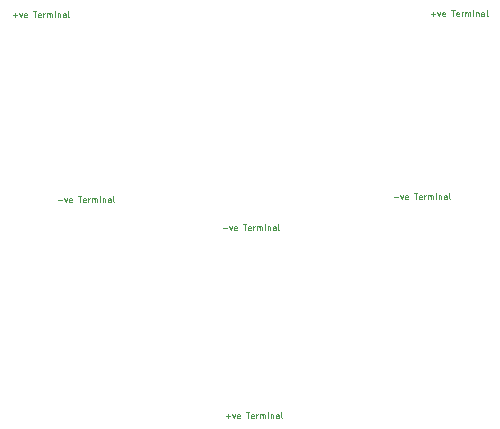
<source format=gto>
G04 #@! TF.GenerationSoftware,KiCad,Pcbnew,(5.0.1)-3*
G04 #@! TF.CreationDate,2019-01-26T22:39:22-03:30*
G04 #@! TF.ProjectId,Battery Pack,42617474657279205061636B2E6B6963,rev?*
G04 #@! TF.SameCoordinates,Original*
G04 #@! TF.FileFunction,Legend,Top*
G04 #@! TF.FilePolarity,Positive*
%FSLAX46Y46*%
G04 Gerber Fmt 4.6, Leading zero omitted, Abs format (unit mm)*
G04 Created by KiCad (PCBNEW (5.0.1)-3) date 2019-01-26 10:39:22 PM*
%MOMM*%
%LPD*%
G01*
G04 APERTURE LIST*
%ADD10C,0.100000*%
G04 APERTURE END LIST*
D10*
X114713047Y-89494514D02*
X115094000Y-89494514D01*
X114903523Y-89684990D02*
X114903523Y-89304038D01*
X115284476Y-89351657D02*
X115403523Y-89684990D01*
X115522571Y-89351657D01*
X115903523Y-89661180D02*
X115855904Y-89684990D01*
X115760666Y-89684990D01*
X115713047Y-89661180D01*
X115689238Y-89613561D01*
X115689238Y-89423085D01*
X115713047Y-89375466D01*
X115760666Y-89351657D01*
X115855904Y-89351657D01*
X115903523Y-89375466D01*
X115927333Y-89423085D01*
X115927333Y-89470704D01*
X115689238Y-89518323D01*
X116451142Y-89184990D02*
X116736857Y-89184990D01*
X116594000Y-89684990D02*
X116594000Y-89184990D01*
X117094000Y-89661180D02*
X117046380Y-89684990D01*
X116951142Y-89684990D01*
X116903523Y-89661180D01*
X116879714Y-89613561D01*
X116879714Y-89423085D01*
X116903523Y-89375466D01*
X116951142Y-89351657D01*
X117046380Y-89351657D01*
X117094000Y-89375466D01*
X117117809Y-89423085D01*
X117117809Y-89470704D01*
X116879714Y-89518323D01*
X117332095Y-89684990D02*
X117332095Y-89351657D01*
X117332095Y-89446895D02*
X117355904Y-89399276D01*
X117379714Y-89375466D01*
X117427333Y-89351657D01*
X117474952Y-89351657D01*
X117641619Y-89684990D02*
X117641619Y-89351657D01*
X117641619Y-89399276D02*
X117665428Y-89375466D01*
X117713047Y-89351657D01*
X117784476Y-89351657D01*
X117832095Y-89375466D01*
X117855904Y-89423085D01*
X117855904Y-89684990D01*
X117855904Y-89423085D02*
X117879714Y-89375466D01*
X117927333Y-89351657D01*
X117998761Y-89351657D01*
X118046380Y-89375466D01*
X118070190Y-89423085D01*
X118070190Y-89684990D01*
X118308285Y-89684990D02*
X118308285Y-89351657D01*
X118308285Y-89184990D02*
X118284476Y-89208800D01*
X118308285Y-89232609D01*
X118332095Y-89208800D01*
X118308285Y-89184990D01*
X118308285Y-89232609D01*
X118546380Y-89351657D02*
X118546380Y-89684990D01*
X118546380Y-89399276D02*
X118570190Y-89375466D01*
X118617809Y-89351657D01*
X118689238Y-89351657D01*
X118736857Y-89375466D01*
X118760666Y-89423085D01*
X118760666Y-89684990D01*
X119213047Y-89684990D02*
X119213047Y-89423085D01*
X119189238Y-89375466D01*
X119141619Y-89351657D01*
X119046380Y-89351657D01*
X118998761Y-89375466D01*
X119213047Y-89661180D02*
X119165428Y-89684990D01*
X119046380Y-89684990D01*
X118998761Y-89661180D01*
X118974952Y-89613561D01*
X118974952Y-89565942D01*
X118998761Y-89518323D01*
X119046380Y-89494514D01*
X119165428Y-89494514D01*
X119213047Y-89470704D01*
X119522571Y-89684990D02*
X119474952Y-89661180D01*
X119451142Y-89613561D01*
X119451142Y-89184990D01*
X97339447Y-123530514D02*
X97720400Y-123530514D01*
X97529923Y-123720990D02*
X97529923Y-123340038D01*
X97910876Y-123387657D02*
X98029923Y-123720990D01*
X98148971Y-123387657D01*
X98529923Y-123697180D02*
X98482304Y-123720990D01*
X98387066Y-123720990D01*
X98339447Y-123697180D01*
X98315638Y-123649561D01*
X98315638Y-123459085D01*
X98339447Y-123411466D01*
X98387066Y-123387657D01*
X98482304Y-123387657D01*
X98529923Y-123411466D01*
X98553733Y-123459085D01*
X98553733Y-123506704D01*
X98315638Y-123554323D01*
X99077542Y-123220990D02*
X99363257Y-123220990D01*
X99220400Y-123720990D02*
X99220400Y-123220990D01*
X99720400Y-123697180D02*
X99672780Y-123720990D01*
X99577542Y-123720990D01*
X99529923Y-123697180D01*
X99506114Y-123649561D01*
X99506114Y-123459085D01*
X99529923Y-123411466D01*
X99577542Y-123387657D01*
X99672780Y-123387657D01*
X99720400Y-123411466D01*
X99744209Y-123459085D01*
X99744209Y-123506704D01*
X99506114Y-123554323D01*
X99958495Y-123720990D02*
X99958495Y-123387657D01*
X99958495Y-123482895D02*
X99982304Y-123435276D01*
X100006114Y-123411466D01*
X100053733Y-123387657D01*
X100101352Y-123387657D01*
X100268019Y-123720990D02*
X100268019Y-123387657D01*
X100268019Y-123435276D02*
X100291828Y-123411466D01*
X100339447Y-123387657D01*
X100410876Y-123387657D01*
X100458495Y-123411466D01*
X100482304Y-123459085D01*
X100482304Y-123720990D01*
X100482304Y-123459085D02*
X100506114Y-123411466D01*
X100553733Y-123387657D01*
X100625161Y-123387657D01*
X100672780Y-123411466D01*
X100696590Y-123459085D01*
X100696590Y-123720990D01*
X100934685Y-123720990D02*
X100934685Y-123387657D01*
X100934685Y-123220990D02*
X100910876Y-123244800D01*
X100934685Y-123268609D01*
X100958495Y-123244800D01*
X100934685Y-123220990D01*
X100934685Y-123268609D01*
X101172780Y-123387657D02*
X101172780Y-123720990D01*
X101172780Y-123435276D02*
X101196590Y-123411466D01*
X101244209Y-123387657D01*
X101315638Y-123387657D01*
X101363257Y-123411466D01*
X101387066Y-123459085D01*
X101387066Y-123720990D01*
X101839447Y-123720990D02*
X101839447Y-123459085D01*
X101815638Y-123411466D01*
X101768019Y-123387657D01*
X101672780Y-123387657D01*
X101625161Y-123411466D01*
X101839447Y-123697180D02*
X101791828Y-123720990D01*
X101672780Y-123720990D01*
X101625161Y-123697180D01*
X101601352Y-123649561D01*
X101601352Y-123601942D01*
X101625161Y-123554323D01*
X101672780Y-123530514D01*
X101791828Y-123530514D01*
X101839447Y-123506704D01*
X102148971Y-123720990D02*
X102101352Y-123697180D01*
X102077542Y-123649561D01*
X102077542Y-123220990D01*
X79305447Y-89596114D02*
X79686400Y-89596114D01*
X79495923Y-89786590D02*
X79495923Y-89405638D01*
X79876876Y-89453257D02*
X79995923Y-89786590D01*
X80114971Y-89453257D01*
X80495923Y-89762780D02*
X80448304Y-89786590D01*
X80353066Y-89786590D01*
X80305447Y-89762780D01*
X80281638Y-89715161D01*
X80281638Y-89524685D01*
X80305447Y-89477066D01*
X80353066Y-89453257D01*
X80448304Y-89453257D01*
X80495923Y-89477066D01*
X80519733Y-89524685D01*
X80519733Y-89572304D01*
X80281638Y-89619923D01*
X81043542Y-89286590D02*
X81329257Y-89286590D01*
X81186400Y-89786590D02*
X81186400Y-89286590D01*
X81686400Y-89762780D02*
X81638780Y-89786590D01*
X81543542Y-89786590D01*
X81495923Y-89762780D01*
X81472114Y-89715161D01*
X81472114Y-89524685D01*
X81495923Y-89477066D01*
X81543542Y-89453257D01*
X81638780Y-89453257D01*
X81686400Y-89477066D01*
X81710209Y-89524685D01*
X81710209Y-89572304D01*
X81472114Y-89619923D01*
X81924495Y-89786590D02*
X81924495Y-89453257D01*
X81924495Y-89548495D02*
X81948304Y-89500876D01*
X81972114Y-89477066D01*
X82019733Y-89453257D01*
X82067352Y-89453257D01*
X82234019Y-89786590D02*
X82234019Y-89453257D01*
X82234019Y-89500876D02*
X82257828Y-89477066D01*
X82305447Y-89453257D01*
X82376876Y-89453257D01*
X82424495Y-89477066D01*
X82448304Y-89524685D01*
X82448304Y-89786590D01*
X82448304Y-89524685D02*
X82472114Y-89477066D01*
X82519733Y-89453257D01*
X82591161Y-89453257D01*
X82638780Y-89477066D01*
X82662590Y-89524685D01*
X82662590Y-89786590D01*
X82900685Y-89786590D02*
X82900685Y-89453257D01*
X82900685Y-89286590D02*
X82876876Y-89310400D01*
X82900685Y-89334209D01*
X82924495Y-89310400D01*
X82900685Y-89286590D01*
X82900685Y-89334209D01*
X83138780Y-89453257D02*
X83138780Y-89786590D01*
X83138780Y-89500876D02*
X83162590Y-89477066D01*
X83210209Y-89453257D01*
X83281638Y-89453257D01*
X83329257Y-89477066D01*
X83353066Y-89524685D01*
X83353066Y-89786590D01*
X83805447Y-89786590D02*
X83805447Y-89524685D01*
X83781638Y-89477066D01*
X83734019Y-89453257D01*
X83638780Y-89453257D01*
X83591161Y-89477066D01*
X83805447Y-89762780D02*
X83757828Y-89786590D01*
X83638780Y-89786590D01*
X83591161Y-89762780D01*
X83567352Y-89715161D01*
X83567352Y-89667542D01*
X83591161Y-89619923D01*
X83638780Y-89596114D01*
X83757828Y-89596114D01*
X83805447Y-89572304D01*
X84114971Y-89786590D02*
X84067352Y-89762780D01*
X84043542Y-89715161D01*
X84043542Y-89286590D01*
X111563447Y-104988514D02*
X111944400Y-104988514D01*
X112134876Y-104845657D02*
X112253923Y-105178990D01*
X112372971Y-104845657D01*
X112753923Y-105155180D02*
X112706304Y-105178990D01*
X112611066Y-105178990D01*
X112563447Y-105155180D01*
X112539638Y-105107561D01*
X112539638Y-104917085D01*
X112563447Y-104869466D01*
X112611066Y-104845657D01*
X112706304Y-104845657D01*
X112753923Y-104869466D01*
X112777733Y-104917085D01*
X112777733Y-104964704D01*
X112539638Y-105012323D01*
X113301542Y-104678990D02*
X113587257Y-104678990D01*
X113444400Y-105178990D02*
X113444400Y-104678990D01*
X113944400Y-105155180D02*
X113896780Y-105178990D01*
X113801542Y-105178990D01*
X113753923Y-105155180D01*
X113730114Y-105107561D01*
X113730114Y-104917085D01*
X113753923Y-104869466D01*
X113801542Y-104845657D01*
X113896780Y-104845657D01*
X113944400Y-104869466D01*
X113968209Y-104917085D01*
X113968209Y-104964704D01*
X113730114Y-105012323D01*
X114182495Y-105178990D02*
X114182495Y-104845657D01*
X114182495Y-104940895D02*
X114206304Y-104893276D01*
X114230114Y-104869466D01*
X114277733Y-104845657D01*
X114325352Y-104845657D01*
X114492019Y-105178990D02*
X114492019Y-104845657D01*
X114492019Y-104893276D02*
X114515828Y-104869466D01*
X114563447Y-104845657D01*
X114634876Y-104845657D01*
X114682495Y-104869466D01*
X114706304Y-104917085D01*
X114706304Y-105178990D01*
X114706304Y-104917085D02*
X114730114Y-104869466D01*
X114777733Y-104845657D01*
X114849161Y-104845657D01*
X114896780Y-104869466D01*
X114920590Y-104917085D01*
X114920590Y-105178990D01*
X115158685Y-105178990D02*
X115158685Y-104845657D01*
X115158685Y-104678990D02*
X115134876Y-104702800D01*
X115158685Y-104726609D01*
X115182495Y-104702800D01*
X115158685Y-104678990D01*
X115158685Y-104726609D01*
X115396780Y-104845657D02*
X115396780Y-105178990D01*
X115396780Y-104893276D02*
X115420590Y-104869466D01*
X115468209Y-104845657D01*
X115539638Y-104845657D01*
X115587257Y-104869466D01*
X115611066Y-104917085D01*
X115611066Y-105178990D01*
X116063447Y-105178990D02*
X116063447Y-104917085D01*
X116039638Y-104869466D01*
X115992019Y-104845657D01*
X115896780Y-104845657D01*
X115849161Y-104869466D01*
X116063447Y-105155180D02*
X116015828Y-105178990D01*
X115896780Y-105178990D01*
X115849161Y-105155180D01*
X115825352Y-105107561D01*
X115825352Y-105059942D01*
X115849161Y-105012323D01*
X115896780Y-104988514D01*
X116015828Y-104988514D01*
X116063447Y-104964704D01*
X116372971Y-105178990D02*
X116325352Y-105155180D01*
X116301542Y-105107561D01*
X116301542Y-104678990D01*
X97085447Y-107630114D02*
X97466400Y-107630114D01*
X97656876Y-107487257D02*
X97775923Y-107820590D01*
X97894971Y-107487257D01*
X98275923Y-107796780D02*
X98228304Y-107820590D01*
X98133066Y-107820590D01*
X98085447Y-107796780D01*
X98061638Y-107749161D01*
X98061638Y-107558685D01*
X98085447Y-107511066D01*
X98133066Y-107487257D01*
X98228304Y-107487257D01*
X98275923Y-107511066D01*
X98299733Y-107558685D01*
X98299733Y-107606304D01*
X98061638Y-107653923D01*
X98823542Y-107320590D02*
X99109257Y-107320590D01*
X98966400Y-107820590D02*
X98966400Y-107320590D01*
X99466400Y-107796780D02*
X99418780Y-107820590D01*
X99323542Y-107820590D01*
X99275923Y-107796780D01*
X99252114Y-107749161D01*
X99252114Y-107558685D01*
X99275923Y-107511066D01*
X99323542Y-107487257D01*
X99418780Y-107487257D01*
X99466400Y-107511066D01*
X99490209Y-107558685D01*
X99490209Y-107606304D01*
X99252114Y-107653923D01*
X99704495Y-107820590D02*
X99704495Y-107487257D01*
X99704495Y-107582495D02*
X99728304Y-107534876D01*
X99752114Y-107511066D01*
X99799733Y-107487257D01*
X99847352Y-107487257D01*
X100014019Y-107820590D02*
X100014019Y-107487257D01*
X100014019Y-107534876D02*
X100037828Y-107511066D01*
X100085447Y-107487257D01*
X100156876Y-107487257D01*
X100204495Y-107511066D01*
X100228304Y-107558685D01*
X100228304Y-107820590D01*
X100228304Y-107558685D02*
X100252114Y-107511066D01*
X100299733Y-107487257D01*
X100371161Y-107487257D01*
X100418780Y-107511066D01*
X100442590Y-107558685D01*
X100442590Y-107820590D01*
X100680685Y-107820590D02*
X100680685Y-107487257D01*
X100680685Y-107320590D02*
X100656876Y-107344400D01*
X100680685Y-107368209D01*
X100704495Y-107344400D01*
X100680685Y-107320590D01*
X100680685Y-107368209D01*
X100918780Y-107487257D02*
X100918780Y-107820590D01*
X100918780Y-107534876D02*
X100942590Y-107511066D01*
X100990209Y-107487257D01*
X101061638Y-107487257D01*
X101109257Y-107511066D01*
X101133066Y-107558685D01*
X101133066Y-107820590D01*
X101585447Y-107820590D02*
X101585447Y-107558685D01*
X101561638Y-107511066D01*
X101514019Y-107487257D01*
X101418780Y-107487257D01*
X101371161Y-107511066D01*
X101585447Y-107796780D02*
X101537828Y-107820590D01*
X101418780Y-107820590D01*
X101371161Y-107796780D01*
X101347352Y-107749161D01*
X101347352Y-107701542D01*
X101371161Y-107653923D01*
X101418780Y-107630114D01*
X101537828Y-107630114D01*
X101585447Y-107606304D01*
X101894971Y-107820590D02*
X101847352Y-107796780D01*
X101823542Y-107749161D01*
X101823542Y-107320590D01*
X83115447Y-105242514D02*
X83496400Y-105242514D01*
X83686876Y-105099657D02*
X83805923Y-105432990D01*
X83924971Y-105099657D01*
X84305923Y-105409180D02*
X84258304Y-105432990D01*
X84163066Y-105432990D01*
X84115447Y-105409180D01*
X84091638Y-105361561D01*
X84091638Y-105171085D01*
X84115447Y-105123466D01*
X84163066Y-105099657D01*
X84258304Y-105099657D01*
X84305923Y-105123466D01*
X84329733Y-105171085D01*
X84329733Y-105218704D01*
X84091638Y-105266323D01*
X84853542Y-104932990D02*
X85139257Y-104932990D01*
X84996400Y-105432990D02*
X84996400Y-104932990D01*
X85496400Y-105409180D02*
X85448780Y-105432990D01*
X85353542Y-105432990D01*
X85305923Y-105409180D01*
X85282114Y-105361561D01*
X85282114Y-105171085D01*
X85305923Y-105123466D01*
X85353542Y-105099657D01*
X85448780Y-105099657D01*
X85496400Y-105123466D01*
X85520209Y-105171085D01*
X85520209Y-105218704D01*
X85282114Y-105266323D01*
X85734495Y-105432990D02*
X85734495Y-105099657D01*
X85734495Y-105194895D02*
X85758304Y-105147276D01*
X85782114Y-105123466D01*
X85829733Y-105099657D01*
X85877352Y-105099657D01*
X86044019Y-105432990D02*
X86044019Y-105099657D01*
X86044019Y-105147276D02*
X86067828Y-105123466D01*
X86115447Y-105099657D01*
X86186876Y-105099657D01*
X86234495Y-105123466D01*
X86258304Y-105171085D01*
X86258304Y-105432990D01*
X86258304Y-105171085D02*
X86282114Y-105123466D01*
X86329733Y-105099657D01*
X86401161Y-105099657D01*
X86448780Y-105123466D01*
X86472590Y-105171085D01*
X86472590Y-105432990D01*
X86710685Y-105432990D02*
X86710685Y-105099657D01*
X86710685Y-104932990D02*
X86686876Y-104956800D01*
X86710685Y-104980609D01*
X86734495Y-104956800D01*
X86710685Y-104932990D01*
X86710685Y-104980609D01*
X86948780Y-105099657D02*
X86948780Y-105432990D01*
X86948780Y-105147276D02*
X86972590Y-105123466D01*
X87020209Y-105099657D01*
X87091638Y-105099657D01*
X87139257Y-105123466D01*
X87163066Y-105171085D01*
X87163066Y-105432990D01*
X87615447Y-105432990D02*
X87615447Y-105171085D01*
X87591638Y-105123466D01*
X87544019Y-105099657D01*
X87448780Y-105099657D01*
X87401161Y-105123466D01*
X87615447Y-105409180D02*
X87567828Y-105432990D01*
X87448780Y-105432990D01*
X87401161Y-105409180D01*
X87377352Y-105361561D01*
X87377352Y-105313942D01*
X87401161Y-105266323D01*
X87448780Y-105242514D01*
X87567828Y-105242514D01*
X87615447Y-105218704D01*
X87924971Y-105432990D02*
X87877352Y-105409180D01*
X87853542Y-105361561D01*
X87853542Y-104932990D01*
M02*

</source>
